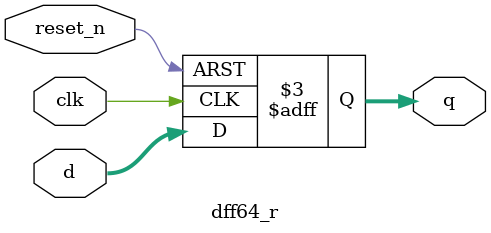
<source format=v>
module dff_r(clk, reset_n, d, q);
	input clk, reset_n;
	input d;
	output reg q;
	
	always @ (posedge clk or negedge reset_n) begin
		if(reset_n == 1'b0) q <= 2'b0;
		else q <= d;
	end
endmodule

module dff2_r(clk, reset_n, d, q);
	input clk, reset_n;
	input [1:0] d;
	output reg [1:0] q;
	
	always @ (posedge clk or negedge reset_n) begin
		if(reset_n == 1'b0) q <= 2'b0;
		else q <= d;
	end
endmodule

module dff3_r(clk, reset_n, d, q);
	input clk, reset_n;
	input [2:0] d;
	output reg [2:0] q;
	
	always @ (posedge clk or negedge reset_n) begin
		if(reset_n == 1'b0) q <= 3'b0;
		else q <= d;
	end
endmodule

module dff4_r(clk, reset_n, d, q);
	input clk, reset_n;
	input [3:0] d;
	output reg [3:0] q;
	
	always @ (posedge clk or negedge reset_n) begin
		if(reset_n == 1'b0) q <= 4'b0;
		else q <= d;
	end
endmodule

module dff5_r(clk, reset_n, d, q);
	input clk, reset_n;
	input [4:0] d;
	output reg [4:0] q;
	
	always @ (posedge clk or negedge reset_n) begin
		if(reset_n == 1'b0) q <= 5'b0;
		else q <= d;
	end
endmodule

module dff6_r(clk, reset_n, d, q);
	input clk, reset_n;
	input [5:0] d;
	output reg [5:0] q;
	
	always @ (posedge clk or negedge reset_n) begin
		if(reset_n == 1'b0) q <= 6'b0;
		else q <= d;
	end
endmodule

module dff10_r(clk, reset_n, d, q);	//10bit resettable & enable dff
	input clk, reset_n;
	input [9:0] d;
	output reg [9:0] q;
	
	always @ (posedge clk or negedge reset_n) begin
		if(reset_n == 1'b0) q <= 10'b0;
		else q <= d;
	end
endmodule

module dff32_r(clk, reset_n, d, q);
	input clk, reset_n;
	input [31:0] d;
	output reg [31:0] q;
	
	always @ (posedge clk or negedge reset_n) begin
		if(reset_n == 1'b0) q <= 32'b0;
		else q <= d;
	end
endmodule

module dff32_r_en(clk, reset_n, en, d, q);	//32bit resettable & enable dff
	input clk, reset_n, en;
	input [31:0] d;
	output reg [31:0] q;
	
	always @ (posedge clk or negedge reset_n) begin
		if (reset_n == 1'b0) q <= 32'b0;
		else if(en == 1'b0) q <= q;
		else q <= d;
	end
endmodule

module dff32_r_en_c(clk, reset_n, en, c, d, q);	//32bit resettable & enable & clear dff
	input clk, reset_n, en, c;
	input [31:0] d;
	output reg [31:0] q;
	
	always @ (posedge clk or negedge reset_n or negedge c) begin
		if (reset_n == 1'b0 || c == 1'b0) q <= 32'b0;
		else if(en == 1'b0) q <= q;
		else q <= d;
	end
endmodule

module dff32_r_en2(clk, reset_n, en, d, q);
	input clk, reset_n, en;
	input [31:0] d;
	output reg [31:0] q;
	
	always @ (posedge clk or negedge reset_n) begin
		if (reset_n == 1'b0) q <= 32'b0;
		else if(en != 1'b1) q <= 32'b0;
		else q <= d;
	end
endmodule

module dff32_r_en_en(clk, reset_n, en, en2, d, q);
	input clk, reset_n, en;
	input [1:0] en2;
	input [31:0] d;
	output reg [31:0] q;
	
	always @ (posedge clk or negedge reset_n) begin
		if (reset_n == 1'b0) q <= 32'b0;
		else if(en == 1'b1) q <= d;
		else if(en2 == 2'b10) q <= 32'h1;
		else q <= q;
	end
endmodule


module dff64_r(clk, reset_n, d, q);
	input clk, reset_n;
	input [63:0] d;
	output reg [63:0] q;
	
	always @ (posedge clk or negedge reset_n) begin
		if(reset_n == 1'b0) q <= 64'b0;
		else q <= d;
	end
endmodule

</source>
